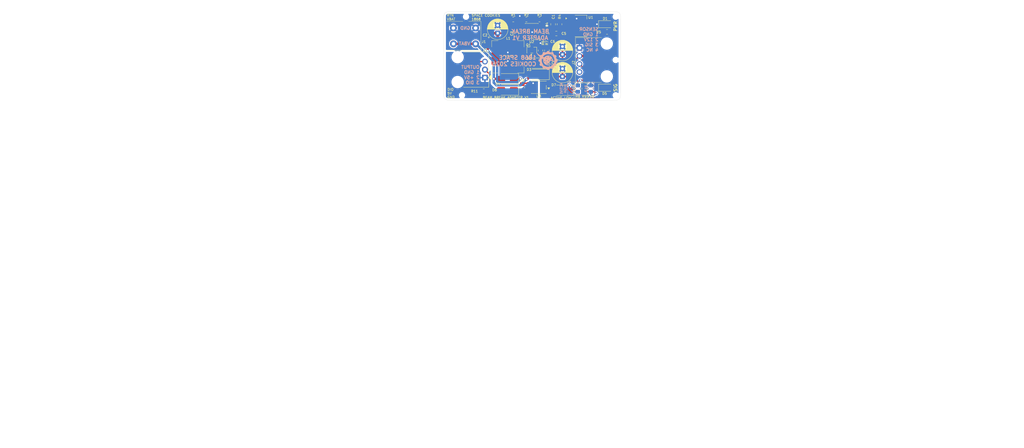
<source format=kicad_pcb>
(kicad_pcb (version 20241229) (generator "pcbnew") (generator_version "9.0")
  (title_block (title "Beam Break Adapter") (date "2026-01-04") (rev "1") (company "1868 SPACE COOKIES"))
  (layers (0 "F.Cu" signal) (2 "B.Cu" signal) (13 "F.Paste" user) (15 "B.Paste" user) (5 "F.SilkS" user "F.Silkscreen") (7 "B.SilkS" user "B.Silkscreen") (1 "F.Mask" user) (3 "B.Mask" user) (25 "Edge.Cuts" user))
  (net 0 "")
  (net 1 "GND")
  (net 2 "+12V")
  (net 3 "/Power Supply/DCIN")
  (net 4 "/DIO_RIO")
  (net 5 "/SIG")
  (net 6 "Net-(U2-I_{SEN})")
  (net 7 "Net-(U2-COMP)")
  (net 8 "Net-(D1-A)")
  (net 9 "Net-(Q1-S)")
  (net 10 "Net-(Q1-G)")
  (net 11 "Net-(U2-FA{slash}SD)")
  (net 12 "Net-(U2-FB)")
  (net 13 "/Power Supply/DCDC_IN")
  (net 14 "Net-(C5-Pad2)")
  (net 15 "Net-(D2-K)")
  (net 16 "Net-(D2-A)")
  (net 17 "GND_ISO")
  (net 18 "+5V_ISO")
  (net 19 "/+5V_RIO")
  (net 20 "Net-(U3-VO)")
  (net 22 "Net-(D5-K)")
  (net 23 "Net-(D5-A)")
  (net 24 "Net-(D7-K)")
  (footprint "Resistor_SMD:R_0805_2012Metric_Pad1.20x1.40mm_HandSolder" (layer "F.Cu") (at 183.4642 98.1964 180)
    (property "Reference" "R1" (at 0 1.397 0) (layer "F.SilkS") (effects (font (size 0.762 0.762) (thickness 0.127))))
    (property "Value" "59.0k-1%-0805")
    (pad "1" smd roundrect (at -1 0 180) (size 1.2 1.4) (layers "F.Cu" "F.Mask" "F.Paste") (roundrect_rratio 0.208333) (net 1 "GND"))
    (pad "2" smd roundrect (at 1 0 180) (size 1.2 1.4) (layers "F.Cu" "F.Mask" "F.Paste") (roundrect_rratio 0.208333) (net 11 "Net-(U2-FA{slash}SD)"))
  )
  (footprint "BeamBreak:ToolingHole_1.5mm" (layer "F.Cu") (at 168.5036 97.282)
    (property "Reference" "H2" (hide yes))
    (property "Value" "1.5mm Tooling Hole")
    (pad "" np_thru_hole circle (at 0 0) (size 1.5 1.5) (drill 1.5) (layers "*.Cu" "*.Mask"))
    (zone (net 0) (net_name "") (layers "F.Cu" "B.Cu") (connect_pads (clearance 0)) (min_thickness 0.25)
      (keepout (tracks not_allowed) (vias allowed) (pads allowed) (copperpour not_allowed) (footprints not_allowed))
      (fill (thermal_gap 0.5) (thermal_bridge_width 0.5))
      (polygon (pts (xy 169.2036 97.282) (xy 169.183259 97.114479) (xy 169.123419 96.956694) (xy 169.027558 96.817814) (xy 168.901245 96.705911) (xy 168.751823 96.627489) (xy 168.587976 96.587104) (xy 168.419224 96.587104) (xy 168.255377 96.627489) (xy 168.105955 96.705911) (xy 167.979642 96.817814) (xy 167.883781 96.956694) (xy 167.823941 97.114479) (xy 167.8036 97.282) (xy 167.823941 97.449521) (xy 167.883781 97.607306) (xy 167.979642 97.746186) (xy 168.105955 97.858089) (xy 168.255377 97.936511) (xy 168.419224 97.976896) (xy 168.587976 97.976896) (xy 168.751823 97.936511) (xy 168.901245 97.858089) (xy 169.027558 97.746186) (xy 169.123419 97.607306) (xy 169.183259 97.449521)))
    )
  )
  (footprint "Diode_SMD:D_SMA" (layer "F.Cu") (at 181.6354 116.9468 180)
    (property "Reference" "D4" (at 3.0734 -1.6712 0) (layer "F.SilkS") (effects (font (size 0.762 0.762) (thickness 0.127))))
    (property "Value" "B340AE-13")
    (pad "1" smd roundrect (at -2 0 180) (size 2.5 1.8) (layers "F.Cu" "F.Mask" "F.Paste") (roundrect_rratio 0.1388888889) (net 13 "/Power Supply/DCDC_IN"))
    (pad "2" smd roundrect (at 2 0 180) (size 2.5 1.8) (layers "F.Cu" "F.Mask" "F.Paste") (roundrect_rratio 0.1388888889) (net 3 "/Power Supply/DCIN"))
  )
  (footprint "BeamBreak:VishayDale-IHLE3232" (layer "F.Cu") (at 181.737 109.982 90)
    (property "Reference" "L1" (at 5.842 0.127 0) (layer "F.SilkS") (effects (font (size 0.762 0.762) (thickness 0.127))))
    (property "Value" "33uH-159m-20%")
    (pad "1" smd roundrect (at 0 -3.81 90) (size 5.334 2.6416) (layers "F.Cu" "F.Mask" "F.Paste") (roundrect_rratio 0.15) (net 13 "/Power Supply/DCDC_IN"))
    (pad "2" smd roundrect (at 0 3.81 90) (size 5.334 2.6416) (layers "F.Cu" "F.Mask" "F.Paste") (roundrect_rratio 0.15) (net 16 "Net-(D2-A)"))
    (pad "3" smd roundrect (at -3.61315 0 90) (size 3.0353 2.8448) (layers "F.Cu" "F.Mask" "F.Paste") (roundrect_rratio 0.15) (net 1 "GND"))
    (pad "3" smd roundrect (at 3.61315 0 90) (size 3.0353 2.8448) (layers "F.Cu" "F.Mask" "F.Paste") (roundrect_rratio 0.15) (net 1 "GND"))
  )
  (footprint "Capacitor_THT:CP_Radial_D6.3mm_P2.50mm" (layer "F.Cu") (at 199.021379 116.2454 90)
    (property "Reference" "C7" (at 4.3076 -2.704779 180) (layer "F.SilkS") (effects (font (size 0.762 0.762) (thickness 0.127))))
    (property "Value" "100uF-20%-35V")
    (pad "1" thru_hole roundrect (at 0 0 90) (size 1.6 1.6) (drill 0.8) (layers "*.Cu" "*.Mask") (roundrect_rratio 0.15625) (net 15 "Net-(D2-K)"))
    (pad "2" thru_hole circle (at 2.5 0 90) (size 1.6 1.6) (drill 0.8) (layers "*.Cu" "*.Mask") (net 1 "GND"))
  )
  (footprint "Resistor_SMD:R_0805_2012Metric_Pad1.20x1.40mm_HandSolder" (layer "F.Cu") (at 213.122 102.0826 180)
    (property "Reference" "R5" (at 2.6322 -0.0508 0) (layer "F.SilkS") (effects (font (size 0.762 0.762) (thickness 0.127))))
    (property "Value" "2k-1%-0805")
    (pad "1" smd roundrect (at -1 0 180) (size 1.2 1.4) (layers "F.Cu" "F.Mask" "F.Paste") (roundrect_rratio 0.208333) (net 8 "Net-(D1-A)"))
    (pad "2" smd roundrect (at 1 0 180) (size 1.2 1.4) (layers "F.Cu" "F.Mask" "F.Paste") (roundrect_rratio 0.208333) (net 15 "Net-(D2-K)"))
  )
  (footprint "Package_SO:SOIC-8_3.9x4.9mm_P1.27mm" (layer "F.Cu") (at 189.2808 101.981 180)
    (property "Reference" "U2" (at 0 -3.2512 0) (layer "F.SilkS") (effects (font (size 0.762 0.762) (thickness 0.127))))
    (property "Value" "LM3478MA")
    (pad "1" smd roundrect (at -2.475 -1.905 180) (size 1.95 0.6) (layers "F.Cu" "F.Mask" "F.Paste") (net 6 "Net-(U2-I_{SEN})"))
    (pad "2" smd roundrect (at -2.475 -0.635 180) (size 1.95 0.6) (layers "F.Cu" "F.Mask" "F.Paste") (net 7 "Net-(U2-COMP)"))
    (pad "3" smd roundrect (at -2.475 0.635 180) (size 1.95 0.6) (layers "F.Cu" "F.Mask" "F.Paste") (net 12 "Net-(U2-FB)"))
    (pad "4" smd roundrect (at -2.475 1.905 180) (size 1.95 0.6) (layers "F.Cu" "F.Mask" "F.Paste") (net 1 "GND"))
    (pad "5" smd roundrect (at 2.475 1.905 180) (size 1.95 0.6) (layers "F.Cu" "F.Mask" "F.Paste") (net 1 "GND"))
    (pad "6" smd roundrect (at 2.475 0.635 180) (size 1.95 0.6) (layers "F.Cu" "F.Mask" "F.Paste") (net 10 "Net-(Q1-G)"))
    (pad "7" smd roundrect (at 2.475 -0.635 180) (size 1.95 0.6) (layers "F.Cu" "F.Mask" "F.Paste") (net 11 "Net-(U2-FA{slash}SD)"))
    (pad "8" smd roundrect (at 2.475 -1.905 180) (size 1.95 0.6) (layers "F.Cu" "F.Mask" "F.Paste") (net 13 "/Power Supply/DCDC_IN"))
  )
  (footprint "BeamBreak:Molex-70555-0003" (layer "F.Cu") (at 204.4192 112.268 90)
    (property "Reference" "J2" (at 0.4064 -1.8796 90) (layer "F.SilkS") (effects (font (size 0.762 0.762) (thickness 0.127))))
    (property "Value" "SENSOR")
    (pad "" np_thru_hole circle (at -3.94 8.64 90) (size 3.4 3.4) (drill 3.4) (layers "*.Cu" "*.Mask"))
    (pad "" np_thru_hole circle (at 1.27 11.4554 90) (size 1.5 1.5) (drill 1.5) (layers "*.Cu" "*.Mask"))
    (pad "" np_thru_hole circle (at 6.48 8.64 90) (size 3.4 3.4) (drill 3.4) (layers "*.Cu" "*.Mask"))
    (pad "1" thru_hole rect (at 5.08 0 90) (size 1.778 1.778) (drill 1.0922) (layers "*.Cu" "*.Mask") (net 1 "GND"))
    (pad "2" thru_hole circle (at 2.54 0 90) (size 1.778 1.778) (drill 1.0922) (layers "*.Cu" "*.Mask") (net 2 "+12V"))
    (pad "3" thru_hole circle (at 0 0 90) (size 1.778 1.778) (drill 1.0922) (layers "*.Cu" "*.Mask") (net 5 "/SIG"))
    (pad "4" thru_hole circle (at -2.54 0 90) (size 1.778 1.778) (drill 1.0922) (layers "*.Cu" "*.Mask"))
  )
  (footprint "BeamBreak:ToolingHole_1.5mm" (layer "F.Cu") (at 215.8746 122.174)
    (property "Reference" "H4" (hide yes))
    (property "Value" "1.5mm Tooling Hole")
    (pad "" np_thru_hole circle (at 0 0) (size 1.5 1.5) (drill 1.5) (layers "*.Cu" "*.Mask"))
    (zone (net 0) (net_name "") (layers "F.Cu" "B.Cu") (connect_pads (clearance 0)) (min_thickness 0.25)
      (keepout (tracks not_allowed) (vias allowed) (pads allowed) (copperpour not_allowed) (footprints not_allowed))
      (fill (thermal_gap 0.5) (thermal_bridge_width 0.5))
      (polygon (pts (xy 216.5746 122.174) (xy 216.554259 122.006479) (xy 216.494419 121.848694) (xy 216.398558 121.709814) (xy 216.272245 121.597911) (xy 216.122823 121.519489) (xy 215.958976 121.479104) (xy 215.790224 121.479104) (xy 215.626377 121.519489) (xy 215.476955 121.597911) (xy 215.350642 121.709814) (xy 215.254781 121.848694) (xy 215.194941 122.006479) (xy 215.1746 122.174) (xy 215.194941 122.341521) (xy 215.254781 122.499306) (xy 215.350642 122.638186) (xy 215.476955 122.750089) (xy 215.626377 122.828511) (xy 215.790224 122.868896) (xy 215.958976 122.868896) (xy 216.122823 122.828511) (xy 216.272245 122.750089) (xy 216.398558 122.638186) (xy 216.494419 122.499306) (xy 216.554259 122.341521)))
    )
  )
  (footprint "Package_TO_SOT_SMD:SOT-223-3_TabPin2" (layer "F.Cu") (at 204.851 100.203)
    (property "Reference" "U1" (at 3.1242 -2.6924 0) (layer "F.SilkS") (effects (font (size 0.762 0.762) (thickness 0.127))))
    (property "Value" "ITS41k0S-ME-N")
    (pad "1" smd roundrect (at -3.15 -2.3) (size 2 1.5) (layers "F.Cu" "F.Mask" "F.Paste") (net 1 "GND"))
    (pad "2" smd roundrect (at -3.15 0) (size 2 1.5) (layers "F.Cu" "F.Mask" "F.Paste") (net 15 "Net-(D2-K)"))
    (pad "2" smd roundrect (at 3.15 0) (size 2 3.8) (layers "F.Cu" "F.Mask" "F.Paste") (net 15 "Net-(D2-K)"))
    (pad "3" smd roundrect (at -3.15 2.3) (size 2 1.5) (layers "F.Cu" "F.Mask" "F.Paste") (net 2 "+12V"))
  )
  (footprint "BeamBreak:Weidmuller-1824740000" (layer "F.Cu") (at 171.536 100.878 -90)
    (property "Reference" "J1" (at 4.3542 -2.6064 0) (layer "F.SilkS") (effects (font (size 0.762 0.762) (thickness 0.127))))
    (property "Value" "Power")
    (pad "1" thru_hole circle (at 0 0 270) (size 2.2 2.2) (drill 1.1) (layers "*.Cu" "*.Mask") (net 1 "GND"))
    (pad "1" thru_hole circle (at 0 7.0254 270) (size 2.2 2.2) (drill 1.1) (layers "*.Cu" "*.Mask") (net 1 "GND"))
    (pad "2" thru_hole circle (at 5 0 270) (size 2.2 2.2) (drill 1.1) (layers "*.Cu" "*.Mask") (net 3 "/Power Supply/DCIN"))
    (pad "2" thru_hole circle (at 5 7 270) (size 2.2 2.2) (drill 1.1) (layers "*.Cu" "*.Mask") (net 3 "/Power Supply/DCIN"))
  )
  (footprint "Resistor_SMD:R_0805_2012Metric_Pad1.20x1.40mm_HandSolder" (layer "F.Cu") (at 203.8858 120.0658 90)
    (property "Reference" "R8" (at -2.4892 0 180) (layer "F.SilkS") (effects (font (size 0.762 0.762) (thickness 0.127))))
    (property "Value" "499R-1%-0805")
    (pad "1" smd roundrect (at -1 0 90) (size 1.2 1.4) (layers "F.Cu" "F.Mask" "F.Paste") (roundrect_rratio 0.208333) (net 24 "Net-(D7-K)"))
    (pad "2" smd roundrect (at 1 0 90) (size 1.2 1.4) (layers "F.Cu" "F.Mask" "F.Paste") (roundrect_rratio 0.208333) (net 2 "+12V"))
  )
  (footprint "Capacitor_SMD:C_0805_2012Metric_Pad1.18x1.45mm_HandSolder" (layer "F.Cu") (at 194.0306 102.616 90)
    (property "Reference" "C4" (at 2.798166 0.079742 90) (layer "F.SilkS") (effects (font (size 0.762 0.762) (thickness 0.127))))
    (property "Value" "10pF-50V-5%-0805")
    (pad "1" smd roundrect (at -1.0375 0 90) (size 1.175 1.45) (layers "F.Cu" "F.Mask" "F.Paste") (roundrect_rratio 0.212766) (net 6 "Net-(U2-I_{SEN})"))
    (pad "2" smd roundrect (at 1.0375 0 90) (size 1.175 1.45) (layers "F.Cu" "F.Mask" "F.Paste") (roundrect_rratio 0.212766) (net 1 "GND"))
  )
  (footprint "LED_SMD:LED_1206_3216Metric" (layer "F.Cu") (at 212.725 99.6696)
    (property "Reference" "D1" (at -0.1778 -1.8034 180) (layer "F.SilkS") (effects (font (size 0.762 0.762) (thickness 0.127))))
    (property "Value" "PWR" (at 3.0734 0.6604 270) (layer "F.SilkS") (effects (font (size 1.016 1.016) (thickness 0.2032) (bold yes))))
    (pad "1" smd roundrect (at -1.4 0) (size 1.25 1.75) (layers "F.Cu" "F.Mask" "F.Paste") (roundrect_rratio 0.2) (net 1 "GND"))
    (pad "2" smd roundrect (at 1.4 0) (size 1.25 1.75) (layers "F.Cu" "F.Mask" "F.Paste") (roundrect_rratio 0.2) (net 8 "Net-(D1-A)"))
  )
  (footprint "Capacitor_SMD:C_0805_2012Metric_Pad1.18x1.45mm_HandSolder" (layer "F.Cu") (at 186.309 119.6848 90)
    (property "Reference" "C8" (at 2.2098 0 180) (layer "F.SilkS") (effects (font (size 0.762 0.762) (thickness 0.127))))
    (property "Value" "0.1uF-50V-5%-0805")
    (pad "1" smd roundrect (at -1.0375 0 90) (size 1.175 1.45) (layers "F.Cu" "F.Mask" "F.Paste") (roundrect_rratio 0.212766) (net 18 "+5V_ISO"))
    (pad "2" smd roundrect (at 1.0375 0 90) (size 1.175 1.45) (layers "F.Cu" "F.Mask" "F.Paste") (roundrect_rratio 0.212766) (net 17 "GND_ISO"))
  )
  (footprint "Capacitor_THT:CP_Radial_D6.3mm_P2.50mm" (layer "F.Cu") (at 178.52262 102.5144 90)
    (property "Reference" "C2" (at -0.635 -3.99922 180) (layer "F.SilkS") (effects (font (size 0.762 0.762) (thickness 0.127))))
    (property "Value" "100uF-20%-35V")
    (pad "1" thru_hole roundrect (at 0 0 90) (size 1.6 1.6) (drill 0.8) (layers "*.Cu" "*.Mask") (roundrect_rratio 0.15625) (net 13 "/Power Supply/DCDC_IN"))
    (pad "2" thru_hole circle (at 2.5 0 90) (size 1.6 1.6) (drill 0.8) (layers "*.Cu" "*.Mask") (net 1 "GND"))
  )
  (footprint "Diode_SMD:D_SMA" (layer "F.Cu") (at 181.6354 120.5028 180)
    (property "Reference" "D6" (at 4.0894 -0.0202 0) (layer "F.SilkS") (effects (font (size 0.762 0.762) (thickness 0.127))))
    (property "Value" "B340AE-13")
    (pad "1" smd roundrect (at -2 0 180) (size 2.5 1.8) (layers "F.Cu" "F.Mask" "F.Paste") (roundrect_rratio 0.1388888889) (net 18 "+5V_ISO"))
    (pad "2" smd roundrect (at 2 0 180) (size 2.5 1.8) (layers "F.Cu" "F.Mask" "F.Paste") (roundrect_rratio 0.1388888889) (net 19 "/+5V_RIO"))
  )
  (footprint "BeamBreak:Molex-70555-0002" (layer "F.Cu") (at 174.498 114.046 180)
    (property "Reference" "J3" (at 0 6.223 0) (layer "F.SilkS") (effects (font (size 0.762 0.762) (thickness 0.127))))
    (property "Value" "OUT")
    (pad "" np_thru_hole circle (at 8.64 -3.94 180) (size 3.4 3.4) (drill 3.4) (layers "*.Cu" "*.Mask"))
    (pad "" np_thru_hole circle (at 8.64 3.94 180) (size 3.4 3.4) (drill 3.4) (layers "*.Cu" "*.Mask"))
    (pad "1" thru_hole rect (at 0 -2.54 180) (size 1.778 1.778) (drill 1.0668) (layers "*.Cu" "*.Mask") (net 17 "GND_ISO"))
    (pad "2" thru_hole circle (at 0 0 180) (size 1.905 1.905) (drill 1.0668) (layers "*.Cu" "*.Mask") (net 19 "/+5V_RIO"))
    (pad "3" thru_hole circle (at 0 2.54 180) (size 1.778 1.778) (drill 1.0668) (layers "*.Cu" "*.Mask") (net 4 "/DIO_RIO"))
  )
  (footprint "Diode_SMD:D_SMA" (layer "F.Cu") (at 199.1106 120.5992 180)
    (property "Reference" "D7" (at 2.8448 1.7018 0) (layer "F.SilkS") (effects (font (size 0.762 0.762) (thickness 0.127))))
    (property "Value" "B340AE-13")
    (pad "1" smd roundrect (at -2 0 180) (size 2.5 1.8) (layers "F.Cu" "F.Mask" "F.Paste") (roundrect_rratio 0.1388888889) (net 24 "Net-(D7-K)"))
    (pad "2" smd roundrect (at 2 0 180) (size 2.5 1.8) (layers "F.Cu" "F.Mask" "F.Paste") (roundrect_rratio 0.1388888889) (net 22 "Net-(D5-K)"))
  )
  (footprint "Resistor_SMD:R_0805_2012Metric_Pad1.20x1.40mm_HandSolder" (layer "F.Cu") (at 207.9498 120.0658 90)
    (property "Reference" "R10" (at -2.5146 0 180) (layer "F.SilkS") (effects (font (size 0.762 0.762) (thickness 0.127))))
    (property "Value" "499R-1%-0805")
    (pad "1" smd roundrect (at -1 0 90) (size 1.2 1.4) (layers "F.Cu" "F.Mask" "F.Paste") (roundrect_rratio 0.208333) (net 22 "Net-(D5-K)"))
    (pad "2" smd roundrect (at 1 0 90) (size 1.2 1.4) (layers "F.Cu" "F.Mask" "F.Paste") (roundrect_rratio 0.208333) (net 23 "Net-(D5-A)"))
  )
  (footprint "BeamBreak:ToolingHole_1.5mm" (layer "F.Cu") (at 167.2336 122.174)
    (property "Reference" "H3" (hide yes))
    (property "Value" "1.5mm Tooling Hole")
    (pad "" np_thru_hole circle (at 0 0) (size 1.5 1.5) (drill 1.5) (layers "*.Cu" "*.Mask"))
    (zone (net 0) (net_name "") (layers "F.Cu" "B.Cu") (connect_pads (clearance 0)) (min_thickness 0.25)
      (keepout (tracks not_allowed) (vias allowed) (pads allowed) (copperpour not_allowed) (footprints not_allowed))
      (fill (thermal_gap 0.5) (thermal_bridge_width 0.5))
      (polygon (pts (xy 167.9336 122.174) (xy 167.913259 122.006479) (xy 167.853419 121.848694) (xy 167.757558 121.709814) (xy 167.631245 121.597911) (xy 167.481823 121.519489) (xy 167.317976 121.479104) (xy 167.149224 121.479104) (xy 166.985377 121.519489) (xy 166.835955 121.597911) (xy 166.709642 121.709814) (xy 166.613781 121.848694) (xy 166.553941 122.006479) (xy 166.5336 122.174) (xy 166.553941 122.341521) (xy 166.613781 122.499306) (xy 166.709642 122.638186) (xy 166.835955 122.750089) (xy 166.985377 122.828511) (xy 167.149224 122.868896) (xy 167.317976 122.868896) (xy 167.481823 122.828511) (xy 167.631245 122.750089) (xy 167.757558 122.638186) (xy 167.853419 122.499306) (xy 167.913259 122.341521)))
    )
  )
  (footprint "Capacitor_THT:CP_Radial_D6.3mm_P2.50mm" (layer "F.Cu") (at 199.02042 109.2454 90)
    (property "Reference" "C6" (at 4.064 -3.08482 180) (layer "F.SilkS") (effects (font (size 0.762 0.762) (thickness 0.127))))
    (property "Value" "100uF-20%-35V")
    (pad "1" thru_hole roundrect (at 0 0 90) (size 1.6 1.6) (drill 0.8) (layers "*.Cu" "*.Mask") (roundrect_rratio 0.15625) (net 15 "Net-(D2-K)"))
    (pad "2" thru_hole circle (at 2.5 0 90) (size 1.6 1.6) (drill 0.8) (layers "*.Cu" "*.Mask") (net 1 "GND"))
  )
  (footprint "Resistor_SMD:R_0805_2012Metric_Pad1.20x1.40mm_HandSolder" (layer "F.Cu") (at 187.6044 98.1964)
    (property "Reference" "R2" (at 0 -1.397 0) (layer "F.SilkS") (effects (font (size 0.762 0.762) (thickness 0.127))))
    (property "Value" "1k-1%-0805")
    (pad "1" smd roundrect (at -1 0) (size 1.2 1.4) (layers "F.Cu" "F.Mask" "F.Paste") (roundrect_rratio 0.208333) (net 1 "GND"))
    (pad "2" smd roundrect (at 1 0) (size 1.2 1.4) (layers "F.Cu" "F.Mask" "F.Paste") (roundrect_rratio 0.208333) (net 12 "Net-(U2-FB)"))
  )
  (footprint "Resistor_SMD:R_0805_2012Metric_Pad1.20x1.40mm_HandSolder" (layer "F.Cu") (at 174.1424 120.8786 180)
    (property "Reference" "R11" (at 2.9464 -0.0254 0) (layer "F.SilkS") (effects (font (size 0.762 0.762) (thickness 0.127))))
    (property "Value" "100R-1%-0805")
    (pad "1" smd roundrect (at -1 0 180) (size 1.2 1.4) (layers "F.Cu" "F.Mask" "F.Paste") (roundrect_rratio 0.208333) (net 20 "Net-(U3-VO)"))
    (pad "2" smd roundrect (at 1 0 180) (size 1.2 1.4) (layers "F.Cu" "F.Mask" "F.Paste") (roundrect_rratio 0.208333) (net 4 "/DIO_RIO"))
  )
  (footprint "Resistor_SMD:R_0805_2012Metric_Pad1.20x1.40mm_HandSolder" (layer "F.Cu") (at 191.7446 98.1964)
    (property "Reference" "R3" (at 0 -1.397 0) (layer "F.SilkS") (effects (font (size 0.762 0.762) (thickness 0.127))))
    (property "Value" "8.66k-1%-0805")
    (pad "1" smd roundrect (at -1 0) (size 1.2 1.4) (layers "F.Cu" "F.Mask" "F.Paste") (roundrect_rratio 0.208333) (net 12 "Net-(U2-FB)"))
    (pad "2" smd roundrect (at 1 0) (size 1.2 1.4) (layers "F.Cu" "F.Mask" "F.Paste") (roundrect_rratio 0.208333) (net 15 "Net-(D2-K)"))
  )
  (footprint "Diode_SMD:D_SMA" (layer "F.Cu") (at 191.389 115.57 180)
    (property "Reference" "D3" (at 2.9464 1.524 0) (layer "F.SilkS") (effects (font (size 0.762 0.762) (thickness 0.127))))
    (property "Value" "B340AE-13")
    (pad "1" smd roundrect (at -2 0 180) (size 2.5 1.8) (layers "F.Cu" "F.Mask" "F.Paste") (roundrect_rratio 0.1388888889) (net 15 "Net-(D2-K)"))
    (pad "2" smd roundrect (at 2 0 180) (size 2.5 1.8) (layers "F.Cu" "F.Mask" "F.Paste") (roundrect_rratio 0.1388888889) (net 3 "/Power Supply/DCIN"))
  )
  (footprint "Resistor_SMD:R_0805_2012Metric_Pad1.20x1.40mm_HandSolder" (layer "F.Cu") (at 198.12 99.695 -90)
    (property "Reference" "R4" (at -2.3876 -0.0254 90) (layer "F.SilkS") (effects (font (size 0.762 0.762) (thickness 0.127))))
    (property "Value" "7.32k-1%-0805")
    (pad "1" smd roundrect (at -1 0 270) (size 1.2 1.4) (layers "F.Cu" "F.Mask" "F.Paste") (roundrect_rratio 0.208333) (net 1 "GND"))
    (pad "2" smd roundrect (at 1 0 270) (size 1.2 1.4) (layers "F.Cu" "F.Mask" "F.Paste") (roundrect_rratio 0.208333) (net 14 "Net-(C5-Pad2)"))
  )
  (footprint "Diode_SMD:D_SMA" (layer "F.Cu") (at 191.389 112.014 180)
    (property "Reference" "D2" (at 2.9464 1.4986 0) (layer "F.SilkS") (effects (font (size 0.762 0.762) (thickness 0.127))))
    (property "Value" "B340AE-13")
    (pad "1" smd roundrect (at -2 0 180) (size 2.5 1.8) (layers "F.Cu" "F.Mask" "F.Paste") (roundrect_rratio 0.1388888889) (net 15 "Net-(D2-K)"))
    (pad "2" smd roundrect (at 2 0 180) (size 2.5 1.8) (layers "F.Cu" "F.Mask" "F.Paste") (roundrect_rratio 0.1388888889) (net 16 "Net-(D2-A)"))
  )
  (footprint "Capacitor_SMD:C_0805_2012Metric_Pad1.18x1.45mm_HandSolder" (layer "F.Cu") (at 197.0786 102.616)
    (property "Reference" "C5" (at 2.3876 0 0) (layer "F.SilkS") (effects (font (size 0.762 0.762) (thickness 0.127))))
    (property "Value" "22nF-50V-5%-0805")
    (pad "1" smd roundrect (at -1.0375 0) (size 1.175 1.45) (layers "F.Cu" "F.Mask" "F.Paste") (roundrect_rratio 0.212766) (net 7 "Net-(U2-COMP)"))
    (pad "2" smd roundrect (at 1.0375 0) (size 1.175 1.45) (layers "F.Cu" "F.Mask" "F.Paste") (roundrect_rratio 0.212766) (net 14 "Net-(C5-Pad2)"))
  )
  (footprint "Resistor_SMD:R_0805_2012Metric_Pad1.20x1.40mm_HandSolder" (layer "F.Cu") (at 205.9178 120.0658 -90)
    (property "Reference" "R9" (at 2.4892 0 180) (layer "F.SilkS") (effects (font (size 0.762 0.762) (thickness 0.127))))
    (property "Value" "499R-1%-0805")
    (pad "1" smd roundrect (at -1 0 270) (size 1.2 1.4) (layers "F.Cu" "F.Mask" "F.Paste") (roundrect_rratio 0.208333) (net 5 "/SIG"))
    (pad "2" smd roundrect (at 1 0 270) (size 1.2 1.4) (layers "F.Cu" "F.Mask" "F.Paste") (roundrect_rratio 0.208333) (net 22 "Net-(D5-K)"))
  )
  (footprint "Package_SO:SO-5-6_4.55x3.7mm_P1.27mm" (layer "F.Cu") (at 191.516 119.6594 180)
    (property "Reference" "U3" (at 0 -2.8 0) (layer "F.SilkS") (effects (font (size 0.762 0.762) (thickness 0.127))))
    (property "Value" "TLP2361(TPL,E")
    (pad "1" smd roundrect (at -3.15 -1.27 180) (size 1.2 0.8) (layers "F.Cu" "F.Mask" "F.Paste") (net 24 "Net-(D7-K)"))
    (pad "3" smd roundrect (at -3.15 1.27 180) (size 1.2 0.8) (layers "F.Cu" "F.Mask" "F.Paste") (net 23 "Net-(D5-A)"))
    (pad "4" smd roundrect (at 3.15 1.27 180) (size 1.2 0.8) (layers "F.Cu" "F.Mask" "F.Paste") (net 17 "GND_ISO"))
    (pad "5" smd roundrect (at 3.15 0 180) (size 1.2 0.8) (layers "F.Cu" "F.Mask" "F.Paste") (net 20 "Net-(U3-VO)"))
    (pad "6" smd roundrect (at 3.15 -1.27 180) (size 1.2 0.8) (layers "F.Cu" "F.Mask" "F.Paste") (net 18 "+5V_ISO"))
  )
  (footprint "Resistor_SMD:R_0805_2012Metric_Pad1.20x1.40mm_HandSolder" (layer "F.Cu") (at 194.1068 108.0008 -90)
    (property "Reference" "R7" (at -2.413 0 90) (layer "F.SilkS") (effects (font (size 0.762 0.762) (thickness 0.127))))
    (property "Value" "100R-1%-0805")
    (pad "1" smd roundrect (at -1 0 270) (size 1.2 1.4) (layers "F.Cu" "F.Mask" "F.Paste") (roundrect_rratio 0.208333) (net 6 "Net-(U2-I_{SEN})"))
    (pad "2" smd roundrect (at 1 0 270) (size 1.2 1.4) (layers "F.Cu" "F.Mask" "F.Paste") (roundrect_rratio 0.208333) (net 9 "Net-(Q1-S)"))
  )
  (footprint "BeamBreak:ToolingHole_1.5mm" (layer "F.Cu") (at 215.8746 97.282)
    (property "Reference" "H1" (hide yes))
    (property "Value" "1.5mm Tooling Hole")
    (pad "" np_thru_hole circle (at 0 0) (size 1.5 1.5) (drill 1.5) (layers "*.Cu" "*.Mask"))
    (zone (net 0) (net_name "") (layers "F.Cu" "B.Cu") (connect_pads (clearance 0)) (min_thickness 0.25)
      (keepout (tracks not_allowed) (vias allowed) (pads allowed) (copperpour not_allowed) (footprints not_allowed))
      (fill (thermal_gap 0.5) (thermal_bridge_width 0.5))
      (polygon (pts (xy 216.5746 97.282) (xy 216.554259 97.114479) (xy 216.494419 96.956694) (xy 216.398558 96.817814) (xy 216.272245 96.705911) (xy 216.122823 96.627489) (xy 215.958976 96.587104) (xy 215.790224 96.587104) (xy 215.626377 96.627489) (xy 215.476955 96.705911) (xy 215.350642 96.817814) (xy 215.254781 96.956694) (xy 215.194941 97.114479) (xy 215.1746 97.282) (xy 215.194941 97.449521) (xy 215.254781 97.607306) (xy 215.350642 97.746186) (xy 215.476955 97.858089) (xy 215.626377 97.936511) (xy 215.790224 97.976896) (xy 215.958976 97.976896) (xy 216.122823 97.936511) (xy 216.272245 97.858089) (xy 216.398558 97.746186) (xy 216.494419 97.607306) (xy 216.554259 97.449521)))
    )
  )
  (footprint "Resistor_SMD:R_0805_2012Metric_Pad1.20x1.40mm_HandSolder" (layer "F.Cu") (at 192.0748 108.0008 90)
    (property "Reference" "R6" (at 2.413 0.8128 90) (layer "F.SilkS") (effects (font (size 0.762 0.762) (thickness 0.127))))
    (property "Value" "50mOhm-1%-0805")
    (pad "1" smd roundrect (at -1 0 90) (size 1.2 1.4) (layers "F.Cu" "F.Mask" "F.Paste") (roundrect_rratio 0.208333) (net 9 "Net-(Q1-S)"))
    (pad "2" smd roundrect (at 1 0 90) (size 1.2 1.4) (layers "F.Cu" "F.Mask" "F.Paste") (roundrect_rratio 0.208333) (net 1 "GND"))
  )
  (footprint "LED_SMD:LED_1206_3216Metric" (layer "F.Cu") (at 212.725 119.7864)
    (property "Reference" "D5" (at -0.381 1.8542 180) (layer "F.SilkS") (effects (font (size 0.762 0.762) (thickness 0.127))))
    (property "Value" "SIG" (at 3.0734 0 90) (layer "F.SilkS") (effects (font (size 1.016 1.016) (thickness 0.2032) (bold yes))))
    (pad "1" smd roundrect (at -1.4 0) (size 1.25 1.75) (layers "F.Cu" "F.Mask" "F.Paste") (roundrect_rratio 0.2) (net 22 "Net-(D5-K)"))
    (pad "2" smd roundrect (at 1.4 0) (size 1.25 1.75) (layers "F.Cu" "F.Mask" "F.Paste") (roundrect_rratio 0.2) (net 23 "Net-(D5-A)"))
  )
  (footprint "Package_TO_SOT_SMD:SOT-23-3" (layer "F.Cu") (at 189.3316 107.8738 90)
    (property "Reference" "Q1" (at 1.6002 -1.0668 180) (layer "F.SilkS") (effects (font (size 0.762 0.762) (thickness 0.127))))
    (property "Value" "SI2318CDS-T1-GE3")
    (pad "1" smd roundrect (at -1.1375 -0.95 90) (size 1.325 0.6) (layers "F.Cu" "F.Mask" "F.Paste") (net 10 "Net-(Q1-G)"))
    (pad "2" smd roundrect (at -1.1375 0.95 90) (size 1.325 0.6) (layers "F.Cu" "F.Mask" "F.Paste") (net 9 "Net-(Q1-S)"))
    (pad "3" smd roundrect (at 1.1375 0 90) (size 1.325 0.6) (layers "F.Cu" "F.Mask" "F.Paste") (net 16 "Net-(D2-A)"))
  )
  (footprint "Capacitor_SMD:C_0805_2012Metric_Pad1.18x1.45mm_HandSolder" (layer "F.Cu") (at 184.4294 102.616 90)
    (property "Reference" "C3" (at 0 -1.4224 90) (layer "F.SilkS") (effects (font (size 0.762 0.762) (thickness 0.127))))
    (property "Value" "0.1uF-50V-5%-0805")
    (pad "1" smd roundrect (at -1.0375 0 90) (size 1.175 1.45) (layers "F.Cu" "F.Mask" "F.Paste") (roundrect_rratio 0.212766) (net 13 "/Power Supply/DCDC_IN"))
    (pad "2" smd roundrect (at 1.0375 0 90) (size 1.175 1.45) (layers "F.Cu" "F.Mask" "F.Paste") (roundrect_rratio 0.212766) (net 1 "GND"))
  )
  (footprint "Capacitor_SMD:C_0805_2012Metric_Pad1.18x1.45mm_HandSolder" (layer "F.Cu") (at 196.088 99.695 90)
    (property "Reference" "C1" (at 2.3876 0.0508 90) (layer "F.SilkS") (effects (font (size 0.762 0.762) (thickness 0.127))))
    (property "Value" "1nF-50V-5%-0805")
    (pad "1" smd roundrect (at -1.0375 0 90) (size 1.175 1.45) (layers "F.Cu" "F.Mask" "F.Paste") (roundrect_rratio 0.212766) (net 7 "Net-(U2-COMP)"))
    (pad "2" smd roundrect (at 1.0375 0 90) (size 1.175 1.45) (layers "F.Cu" "F.Mask" "F.Paste") (roundrect_rratio 0.212766) (net 1 "GND"))
  )
  (footprint "Resistor_SMD:R_0805_2012Metric_Pad1.20x1.40mm_HandSolder" (layer "B.Cu") (at 203.8858 120.0658 -90)
    (property "Reference" "R13" (at -0.017 1.397 90) (layer "B.SilkS") (effects (font (size 0.762 0.762) (thickness 0.127)) (justify mirror)))
    (property "Value" "499R-1%-0805")
    (pad "1" smd roundrect (at -1 0 270) (size 1.2 1.4) (layers "B.Cu" "B.Mask" "B.Paste") (roundrect_rratio 0.208333) (net 5 "/SIG"))
    (pad "2" smd roundrect (at 1 0 270) (size 1.2 1.4) (layers "B.Cu" "B.Mask" "B.Paste") (roundrect_rratio 0.208333) (net 24 "Net-(D7-K)"))
  )
  (footprint "Resistor_SMD:R_0805_2012Metric_Pad1.20x1.40mm_HandSolder" (layer "B.Cu") (at 207.9498 120.0658 -90)
    (property "Reference" "R12" (at 0 1.397 90) (layer "B.SilkS") (effects (font (size 0.762 0.762) (thickness 0.127)) (justify mirror)))
    (property "Value" "499R-1%-0805")
    (pad "1" smd roundrect (at -1 0 270) (size 1.2 1.4) (layers "B.Cu" "B.Mask" "B.Paste") (roundrect_rratio 0.208333) (net 1 "GND"))
    (pad "2" smd roundrect (at 1 0 270) (size 1.2 1.4) (layers "B.Cu" "B.Mask" "B.Paste") (roundrect_rratio 0.208333) (net 22 "Net-(D5-K)"))
  )
  (footprint "BeamBreak:SPACE_COOKIES_LOGO_7mm" (layer "B.Cu") (at 194.2592 111.1504 180)
    (property "Reference" "G1" (hide yes))
    (property "Value" "Space Cookeis Logo" (hide yes))
  )
  (gr_line (start 202.6666 122.682) (end 202.0824 123.0376) (stroke (width 0.127)) (layer "F.SilkS"))
  (gr_rect (start 202.9714 118.3132) (end 206.8322 123.19) (stroke (width 0.1016) (type dash)) (fill no) (layer "F.SilkS"))
  (gr_rect (start 200.66 118.0084) (end 209.0674 122.174) (stroke (width 0.1016) (type dash)) (fill no) (layer "B.SilkS"))
  (gr_line (start 216.1286 123.698) (end 162.7886 123.698) (stroke (width 0.05)) (layer "Edge.Cuts"))
  (gr_arc (start 216.1286 95.758) (mid 217.026626 96.129974) (end 217.3986 97.028) (stroke (width 0.05)) (layer "Edge.Cuts"))
  (gr_line (start 161.5186 97.028) (end 161.5186 122.428) (stroke (width 0.05)) (layer "Edge.Cuts"))
  (gr_line (start 216.1286 95.758) (end 162.7886 95.758) (stroke (width 0.05)) (layer "Edge.Cuts"))
  (gr_arc (start 162.7886 123.698) (mid 161.890574 123.326026) (end 161.5186 122.428) (stroke (width 0.05)) (layer "Edge.Cuts"))
  (gr_arc (start 217.3986 122.428) (mid 217.026626 123.326026) (end 216.1286 123.698) (stroke (width 0.05)) (layer "Edge.Cuts"))
  (gr_arc (start 161.5186 97.028) (mid 161.890574 96.129974) (end 162.7886 95.758) (stroke (width 0.05)) (layer "Edge.Cuts"))
  (gr_line (start 217.3986 97.028) (end 217.3986 122.428) (stroke (width 0.05)) (layer "Edge.Cuts"))
  (gr_text "RTN\nVBAT" (at 162.377967 98.5266 0) (layer "F.SilkS") (effects (font (size 0.762 0.762) (thickness 0.127) (bold yes)) (justify left bottom)))
  (gr_text "ACTIVE LOW" (at 198.5772 123.0122 0) (layer "F.SilkS") (effects (font (size 0.762 0.762) (thickness 0.127) (bold yes))))
  (gr_text "BEAM BREAK ADAPTER V1" (at 173.736 123.317 0) (layer "F.SilkS") (effects (font (size 0.762 0.762) (thickness 0.127) (bold yes)) (justify left bottom)))
  (gr_text "DIO\n5V\nGND" (at 162.541252 123.2408 0) (layer "F.SilkS") (effects (font (size 0.762 0.762) (thickness 0.127) (bold yes)) (justify left bottom)))
  (gr_text "SPACE COOKIES\n1868" (at 170.18 98.552 0) (layer "F.SilkS") (effects (font (size 0.762 0.762) (thickness 0.127) (bold yes)) (justify left bottom)))
  (gr_text "ACTIVE\nHIGH" (at 200.3552 120.0912 90) (layer "B.SilkS") (effects (font (size 0.762 0.762) (thickness 0.1524) (bold yes)) (justify bottom mirror)))
  (gr_text "1868 SPACE \nCOOKIES 2026" (at 190.881 113.03 0) (layer "B.SilkS") (effects (font (size 1.27 1.27) (thickness 0.254) (bold yes)) (justify left bottom mirror)))
  (gr_text "BEAM BREAK\nADAPTER V1" (at 188.7982 104.7496 0) (layer "B.SilkS") (effects (font (size 1.27 1.27) (thickness 0.254) (bold yes)) (justify bottom mirror)))
  (gr_text "GND\n\n\nVBAT" (at 169.926 106.4006 0) (layer "B.SilkS") (effects (font (size 1.016 1.016) (thickness 0.2032) (bold yes)) (justify left bottom mirror)))
  (gr_text "SENSOR\n1 GND\n2 12V\n3 SIG\n4 NC" (at 210.5152 108.4072 0) (layer "B.SilkS") (effects (font (size 1.016 1.016) (thickness 0.2032) (bold yes)) (justify left bottom mirror)))
  (gr_text "OUTPUT\n1 GND\n2 +5V\n3 DIO" (at 172.8724 118.7704 0) (layer "B.SilkS") (effects (font (size 1.016 1.016) (thickness 0.2032) (bold yes)) (justify left bottom mirror)))
  (segment (start 184.4642 98.1964) (end 185.5216 98.1964) (width 0.381) (layer "F.Cu") (net 1))
  (segment (start 185.5216 97.0788) (end 185.5216 98.1964) (width 0.381) (layer "F.Cu") (net 1))
  (segment (start 191.2874 105.664) (end 189.4332 103.8098) (width 0.508) (layer "F.Cu") (net 1))
  (segment (start 192.0748 105.664) (end 191.2874 105.664) (width 0.508) (layer "F.Cu") (net 1))
  (segment (start 189.4332 103.8098) (end 189.4332 102.183724) (width 0.508) (layer "F.Cu") (net 1))
  (segment (start 181.737 113.59515) (end 181.737 111.3536) (width 0.508) (layer "F.Cu") (net 1))
  (segment (start 184.4294 100.4824) (end 184.4294 101.5785) (width 0.508) (layer "F.Cu") (net 1))
  (segment (start 189.4332 101.4222) (end 188.087 100.076) (width 0.508) (layer "F.Cu") (net 1))
  (segment (start 194.0814 99.3902) (end 194.0814 100.076) (width 0.381) (layer "F.Cu") (net 1))
  (segment (start 184.4642 98.1964) (end 184.4642 98.1362) (width 0.381) (layer "F.Cu") (net 1))
  (segment (start 191.7558 100.076) (end 194.0814 100.076) (width 0.381) (layer "F.Cu") (net 1))
  (segment (start 192.0748 107.0008) (end 192.0748 105.664) (width 0.508) (layer "F.Cu") (net 1))
  (segment (start 188.087 100.076) (end 186.8058 100.076) (width 0.508) (layer "F.Cu") (net 1))
  (segment (start 194.0306 101.5785) (end 194.0306 100.1268) (width 0.381) (layer "F.Cu") (net 1))
  (segment (start 194.8141 98.6575) (end 194.0814 99.3902) (width 0.381) (layer "F.Cu") (net 1))
  (segment (start 194.0306 100.1268) (end 194.0814 100.076) (width 0.381) (layer "F.Cu") (net 1))
  (segment (start 198.12 98.695) (end 196.1255 98.695) (width 0.381) (layer "F.Cu") (net 1))
  (segment (start 185.5216 98.1964) (end 186.6044 98.1964) (width 0.381) (layer "F.Cu") (net 1))
  (segment (start 196.1255 98.695) (end 196.088 98.6575) (width 0.381) (layer "F.Cu") (net 1))
  (segment (start 186.8058 100.076) (end 184.8358 100.076) (width 0.508) (layer "F.Cu") (net 1))
  (segment (start 181.737 106.36885) (end 181.737 108.6104) (width 0.508) (layer "F.Cu") (net 1))
  (segment (start 201.701 97.903) (end 203.4934 97.903) (width 0.381) (layer "F.Cu") (net 1))
  (segment (start 184.8358 100.076) (end 184.4294 100.4824) (width 0.508) (layer "F.Cu") (net 1))
  (segment (start 203.4934 97.903) (end 203.5048 97.8916) (width 0.381) (layer "F.Cu") (net 1))
  (segment (start 189.4332 102.183724) (end 189.4332 101.4222) (width 0.508) (layer "F.Cu") (net 1))
  (segment (start 196.088 98.6575) (end 194.8141 98.6575) (width 0.381) (layer "F.Cu") (net 1))
  (segment (start 211.325 99.6696) (end 209.931 99.6696) (width 0.381) (layer "F.Cu") (net 1))
  (via (at 192.0748 105.664) (size 0.889) (drill 0.508) (layers "F.Cu" "B.Cu") (net 1))
  (via (at 189.4332 102.183724) (size 0.889) (drill 0.508) (layers "F.Cu" "B.Cu") (net 1))
  (via (at 181.737 108.6104) (size 0.889) (drill 0.508) (layers "F.Cu" "B.Cu") (net 1))
  (via (at 181.737 111.3536) (size 0.889) (drill 0.508) (layers "F.Cu" "B.Cu") (net 1))
  (via (at 203.5048 97.8916) (size 0.889) (drill 0.508) (layers "F.Cu" "B.Cu") (net 1))
  (via (at 185.5216 97.0788) (size 0.889) (drill 0.508) (layers "F.Cu" "B.Cu") (net 1))
  (via (at 194.0814 100.076) (size 0.889) (drill 0.508) (layers "F.Cu" "B.Cu") (net 1))
  (via (at 209.931 99.6696) (size 0.889) (drill 0.508) (layers "F.Cu" "B.Cu") (net 1))
  (segment (start 203.8858 117.729) (end 202.8952 116.7384) (width 0.381) (layer "F.Cu") (net 2))
  (segment (start 203.8858 119.0658) (end 203.8858 117.729) (width 0.381) (layer "F.Cu") (net 2))
  (segment (start 206.3496 104.3686) (end 206.3496 109.054835) (width 0.762) (layer "F.Cu") (net 2))
  (segment (start 206.3496 109.054835) (end 205.676435 109.728) (width 0.762) (layer "F.Cu") (net 2))
  (segment (start 201.701 102.503) (end 204.484 102.503) (width 0.762) (layer "F.Cu") (net 2))
  (segment (start 205.676435 109.728) (end 204.4192 109.728) (width 0.762) (layer "F.Cu") (net 2))
  (segment (start 202.8952 111.252) (end 204.4192 109.728) (width 0.381) (layer "F.Cu") (net 2))
  (segment (start 204.484 102.503) (end 206.3496 104.3686) (width 0.762) (layer "F.Cu") (net 2))
  (segment (start 202.8952 116.7384) (end 202.8952 111.252) (width 0.381) (layer "F.Cu") (net 2))
  (segment (start 187.6552 117.094) (end 187.865 117.094) (width 0.762) (layer "F.Cu") (net 3))
  (segment (start 189.1538 115.5954) (end 189.4906 115.5954) (width 0.762) (layer "F.Cu") (net 3))
  (segment (start 179.6152 116.967) (end 179.6354 116.9468) (width 0.762) (layer "F.Cu") (net 3))
  (segment (start 171.536 105.878) (end 164.536 105.878) (width 0.762) (layer "F.Cu") (net 3))
  (segment (start 187.865 117.094) (end 189.389 115.57) (width 0.762) (layer "F.Cu") (net 3))
  (segment (start 177.292 116.967) (end 179.6152 116.967) (width 0.762) (layer "F.Cu") (net 3))
  (segment (start 189.4906 115.5954) (end 189.516 115.57) (width 0.762) (layer "F.Cu") (net 3))
  (via (at 177.292 116.967) (size 0.889) (drill 0.508) (layers "F.Cu" "B.Cu") (net 3))
  (via (at 187.6552 117.094) (size 0.889) (drill 0.508) (layers "F.Cu" "B.Cu") (net 3))
  (segment (start 171.664 105.878) (end 171.536 105.878) (width 0.762) (layer "B.Cu") (net 3))
  (segment (start 177.292 116.967) (end 177.292 111.506) (width 0.762) (layer "B.Cu") (net 3))
  (segment (start 185.7502 118.999) (end 187.6552 117.094) (width 0.762) (layer "B.Cu") (net 3))
  (segment (start 177.292 118.1979) (end 178.0931 118.999) (width 0.762) (layer "B.Cu") (net 3))
  (segment (start 177.292 116.967) (end 177.292 118.1979) (width 0.762) (layer "B.Cu") (net 3))
  (segment (start 177.292 111.506) (end 171.664 105.878) (width 0.762) (layer "B.Cu") (net 3))
  (segment (start 178.0931 118.999) (end 185.7502 118.999) (width 0.762) (layer "B.Cu") (net 3))
  (segment (start 172.72 111.506) (end 174.498 111.506) (width 0.381) (layer "F.Cu") (net 4))
  (segment (start 173.1424 120.8786) (end 171.8056 120.8786) (width 0.381) (layer "F.Cu") (net 4))
  (segment (start 171.3484 120.4214) (end 171.3484 112.8776) (width 0.381) (layer "F.Cu") (net 4))
  (segment (start 171.8056 120.8786) (end 171.3484 120.4214) (width 0.381) (layer "F.Cu") (net 4))
  (segment (start 171.3484 112.8776) (end 172.72 111.506) (width 0.381) (layer "F.Cu") (net 4))
  (segment (start 205.9178 117.3988) (end 205.9178 119.0658) (width 0.381) (layer "F.Cu") (net 5))
  (segment (start 204.7494 117.3988) (end 205.9178 117.3988) (width 0.381) (layer "F.Cu") (net 5))
  (segment (start 205.9178 117.3988) (end 205.9178 113.7666) (width 0.381) (layer "F.Cu") (net 5))
  (segment (start 205.9178 113.7666) (end 204.4192 112.268) (width 0.381) (layer "F.Cu") (net 5))
  (via (at 204.7494 117.3988) (size 0.889) (drill 0.508) (layers "F.Cu" "B.Cu") (net 5))
  (segment (start 203.8858 118.11) (end 203.8858 119.0658) (width 0.381) (layer "B.Cu") (net 5))
  (segment (start 204.7494 117.3988) (end 204.597 117.3988) (width 0.381) (layer "B.Cu") (net 5))
  (segment (start 204.597 117.3988) (end 203.8858 118.11) (width 0.381) (layer "B.Cu") (net 5))
  (segment (start 193.9544 105.3084) (end 194.1068 105.4608) (width 0.381) (layer "F.Cu") (net 6))
  (segment (start 193.9544 103.7297) (end 194.0306 103.6535) (width 0.381) (layer "F.Cu") (net 6))
  (segment (start 191.7558 103.886) (end 191.7558 104.5322) (width 0.381) (layer "F.Cu") (net 6))
  (segment (start 191.7558 104.5322) (end 191.9732 104.7496) (width 0.381) (layer "F.Cu") (net 6))
  (segment (start 193.9544 104.7496) (end 193.9544 105.3084) (width 0.381) (layer "F.Cu") (net 6))
  (segment (start 194.1068 105.4608) (end 194.1068 107.0008) (width 0.381) (layer "F.Cu") (net 6))
  (segment (start 193.9544 104.7496) (end 193.9544 103.7297) (width 0.381) (layer "F.Cu") (net 6))
  (segment (start 191.9732 104.7496) (end 193.9544 104.7496) (width 0.381) (layer "F.Cu") (net 6))
  (segment (start 196.0411 102.616) (end 196.0411 100.7794) (width 0.381) (layer "F.Cu") (net 7))
  (segment (start 191.7558 102.616) (end 196.0411 102.616) (width 0.3048) (layer "F.Cu") (net 7))
  (segment (start 196.0411 100.7794) (end 196.088 100.7325) (width 0.381) (layer "F.Cu") (net 7))
  (segment (start 214.122 99.7996) (end 214.125 99.7966) (width 0.381) (layer "F.Cu") (net 8))
  (segment (start 214.125 99.6696) (end 214.125 102.0796) (width 0.381) (layer "F.Cu") (net 8))
  (segment (start 214.125 102.0796) (end 214.122 102.0826) (width 0.381) (layer "F.Cu") (net 8))
  (segment (start 191.9119 109.0113) (end 191.9224 109.0008) (width 0.508) (layer "F.Cu") (net 9))
  (segment (start 190.2816 109.0113) (end 192.0643 109.0113) (width 0.508) (layer "F.Cu") (net 9))
  (segment (start 191.9881 109.0113) (end 191.9986 109.0008) (width 0.508) (layer "F.Cu") (net 9))
  (segment (start 192.0643 109.0113) (end 192.0748 109.0008) (width 0.508) (layer "F.Cu") (net 9))
  (segment (start 192.0748 109.0008) (end 194.1068 109.0008) (width 0.508) (layer "F.Cu") (net 9))
  (segment (start 186.8058 101.346) (end 188.0616 101.346) (width 0.381) (layer "F.Cu") (net 10))
  (segment (start 188.0616 101.346) (end 188.3816 101.666) (width 0.381) (layer "F.Cu") (net 10))
  (segment (start 188.3816 101.666) (end 188.3816 109.0113) (width 0.381) (layer "F.Cu") (net 10))
  (segment (start 183.2102 102.616) (end 186.8058 102.616) (width 0.3048) (layer "F.Cu") (net 11))
  (segment (start 182.4736 101.8794) (end 183.2102 102.616) (width 0.381) (layer "F.Cu") (net 11))
  (segment (start 186.7898 102.6) (end 186.8058 102.616) (width 0.381) (layer "F.Cu") (net 11))
  (segment (start 182.4642 98.1964) (end 182.4642 101.425314) (width 0.381) (layer "F.Cu") (net 11))
  (segment (start 182.4736 101.434714) (end 182.4736 101.8794) (width 0.381) (layer "F.Cu") (net 11))
  (segment (start 182.4642 101.425314) (end 182.4736 101.434714) (width 0.381) (layer "F.Cu") (net 11))
  (segment (start 191.7558 101.346) (end 190.346242 101.346) (width 0.381) (layer "F.Cu") (net 12))
  (segment (start 189.611 98.1964) (end 190.7446 98.1964) (width 0.381) (layer "F.Cu") (net 12))
  (segment (start 190.346242 101.346) (end 189.611 100.610758) (width 0.381) (layer "F.Cu") (net 12))
  (segment (start 189.611 100.610758) (end 189.611 98.1964) (width 0.381) (layer "F.Cu") (net 12))
  (segment (start 188.6044 98.1964) (end 189.611 98.1964) (width 0.381) (layer "F.Cu") (net 12))
  (segment (start 184.4294 103.6535) (end 184.4294 104.648) (width 0.508) (layer "F.Cu") (net 13))
  (segment (start 178.52262 104.81438) (end 178.52262 102.5144) (width 0.762) (layer "F.Cu") (net 13))
  (segment (start 186.8058 104.583) (end 186.8058 103.886) (width 0.508) (layer "F.Cu") (net 13))
  (segment (start 182.4443 103.6535) (end 181.3052 102.5144) (width 0.508) (layer "F.Cu") (net 13))
  (segment (start 184.4294 103.6535) (end 182.4443 103.6535) (width 0.508) (layer "F.Cu") (net 13))
  (segment (start 177.927 109.982) (end 177.927 106.172) (width 0.762) (layer "F.Cu") (net 13))
  (segment (start 184.4294 104.648) (end 184.658 104.8766) (width 0.508) (layer "F.Cu") (net 13))
  (segment (start 178.5874 110.2614) (end 178.0286 110.2614) (width 0.762) (layer "F.Cu") (net 13))
  (segment (start 177.927 105.41) (end 178.52262 104.81438) (width 0.762) (layer "F.Cu") (net 13))
  (segment (start 178.5874 110.0074) (end 178.562 109.982) (width 0.762) (layer "F.Cu") (net 13))
  (segment (start 185.7046 116.9468) (end 183.6354 116.9468) (width 0.762) (layer "F.Cu") (net 13))
  (segment (start 175.388322 108.075678) (end 175.388322 103.757678) (width 0.762) (layer "F.Cu") (net 13))
  (segment (start 186.5122 104.8766) (end 186.8058 104.583) (width 0.508) (layer "F.Cu") (net 13))
  (segment (start 178.0286 110.2614) (end 178.308 109.982) (width 0.762) (layer "F.Cu") (net 13))
  (segment (start 177.927 106.172) (end 177.927 105.41) (width 0.762) (layer "F.Cu") (net 13))
  (segment (start 178.562 102.55378) (end 178.52262 102.5144) (width 0.762) (layer "F.Cu") (net 13))
  (segment (start 181.3052 102.5144) (end 178.52262 102.5144) (width 0.508) (layer "F.Cu") (net 13))
  (segment (start 175.388322 103.757678) (end 176.6316 102.5144) (width 0.762) (layer "F.Cu") (net 13))
  (segment (start 184.658 104.8766) (end 186.5122 104.8766) (width 0.508) (layer "F.Cu") (net 13))
  (segment (start 176.6316 102.5144) (end 178.52262 102.5144) (width 0.762) (layer "F.Cu") (net 13))
  (segment (start 184.2223 103.8606) (end 184.4294 103.6535) (width 0.508) (layer "F.Cu") (net 13))
  (via (at 175.388322 108.075678) (size 0.889) (drill 0.508) (layers "F.Cu" "B.Cu") (net 13))
  (via (at 185.7046 116.9468) (size 0.889) (drill 0.508) (layers "F.Cu" "B.Cu") (net 13))
  (segment (start 178.3715 116.518442) (end 178.3715 111.0615) (width 0.762) (layer "B.Cu") (net 13))
  (segment (start 185.7046 116.9468) (end 185.7046 117.0634) (width 0.762) (layer "B.Cu") (net 13))
  (segment (start 175.388322 108.164066) (end 175.388322 108.075678) (width 0.762) (layer "B.Cu") (net 13))
  (segment (start 178.054 110.744) (end 177.968256 110.744) (width 0.762) (layer "B.Cu") (net 13))
  (segment (start 178.3715 111.0615) (end 178.054 110.744) (width 0.762) (layer "B.Cu") (net 13))
  (segment (start 184.786 117.982) (end 178.514356 117.982) (width 0.762) (layer "B.Cu") (net 13))
  (segment (start 178.514356 117.982) (end 178.3725 117.840144) (width 0.762) (layer "B.Cu") (net 13))
  (segment (start 178.3725 117.840144) (end 178.3725 116.519442) (width 0.762) (layer "B.Cu") (net 13))
  (segment (start 185.7046 117.0634) (end 184.786 117.982) (width 0.762) (layer "B.Cu") (net 13))
  (segment (start 178.3725 116.519442) (end 178.3715 116.518442) (width 0.762) (layer "B.Cu") (net 13))
  (segment (start 177.968256 110.744) (end 175.388322 108.164066) (width 0.762) (layer "B.Cu") (net 13))
  (segment (start 198.1161 102.0959) (end 198.12 102.092) (width 0.381) (layer "F.Cu") (net 14))
  (segment (start 198.12 102.6121) (end 198.1161 102.616) (width 0.381) (layer "F.Cu") (net 14))
  (segment (start 198.12 100.695) (end 198.12 102.6121) (width 0.381) (layer "F.Cu") (net 14))
  (segment (start 208.001 102.5402) (end 208.001 100.203) (width 0.381) (layer "F.Cu") (net 15))
  (segment (start 212.122 102.0826) (end 210.5152 102.0826) (width 0.381) (layer "F.Cu") (net 15))
  (segment (start 199.8726 98.2726) (end 199.0598 97.4598) (width 0.381) (layer "F.Cu") (net 15))
  (segment (start 209.5246 103.0732) (end 208.534 103.0732) (width 0.381) (layer "F.Cu") (net 15))
  (segment (start 201.701 100.203) (end 208.001 100.203) (width 0.635) (layer "F.Cu") (net 15))
  (segment (start 210.5152 102.0826) (end 209.5246 103.0732) (width 0.381) (layer "F.Cu") (net 15))
  (segment (start 200.1266 100.203) (end 201.701 100.203) (width 0.762) (layer "F.Cu") (net 15))
  (segment (start 199.8726 103.7844) (end 199.8726 98.2726) (width 0.381) (layer "F.Cu") (net 15))
  (segment (start 194.564 97.4598) (end 193.8274 98.1964) (width 0.381) (layer "F.Cu") (net 15))
  (segment (start 199.771 104.267) (end 200.66 105.156) (width 0.762) (layer "F.Cu") (net 15))
  (segment (start 199.771 100.5586) (end 200.1266 100.203) (width 0.762) (layer "F.Cu") (net 15))
  (segment (start 199.0598 97.4598) (end 194.564 97.4598) (width 0.381) (layer "F.Cu") (net 15))
  (segment (start 193.8274 98.1964) (end 192.7446 98.1964) (width 0.381) (layer "F.Cu") (net 15))
  (segment (start 208.534 103.0732) (end 208.001 102.5402) (width 0.381) (layer "F.Cu") (net 15))
  (segment (start 200.66 105.156) (end 200.66 107.696) (width 0.762) (layer "F.Cu") (net 15))
  (segment (start 199.771 103.886) (end 199.771 104.267) (width 0.762) (layer "F.Cu") (net 15))
  (segment (start 199.771 103.886) (end 199.771 100.5586) (width 0.762) (layer "F.Cu") (net 15))
  (segment (start 185.547 111.76) (end 185.801 112.014) (width 0.508) (layer "F.Cu") (net 16))
  (segment (start 185.547 109.982) (end 185.547 111.76) (width 0.508) (layer "F.Cu") (net 16))
  (segment (start 185.801 112.014) (end 189.389 112.014) (width 0.508) (layer "F.Cu") (net 16))
  (segment (start 189.3316 106.7363) (end 189.3316 111.9566) (width 0.508) (layer "F.Cu") (net 16))
  (segment (start 189.3316 111.9566) (end 189.389 112.014) (width 0.508) (layer "F.Cu") (net 16))
  (segment (start 189.748301 118.364) (end 189.31391 118.364) (width 0.381) (layer "F.Cu") (net 17))
  (segment (start 189.28851 118.3894) (end 187.3758 118.3894) (width 0.381) (layer "F.Cu") (net 17))
  (segment (start 187.3758 118.3894) (end 186.5669 118.3894) (width 0.381) (layer "F.Cu") (net 17))
  (segment (start 189.31391 118.364) (end 189.28851 118.3894) (width 0.381) (layer "F.Cu") (net 17))
  (segment (start 186.5669 118.3894) (end 186.309 118.6473) (width 0.381) (layer "F.Cu") (net 17))
  (segment (start 188.366 118.3894) (end 187.3758 118.3894) (width 0.381) (layer "F.Cu") (net 17))
  (via (at 189.748301 118.364) (size 0.889) (drill 0.508) (layers "F.Cu" "B.Cu") (net 17))
  (segment (start 186.5161 120.9294) (end 186.309 120.7223) (width 0.381) (layer "F.Cu") (net 18))
  (segment (start 183.8549 120.7223) (end 183.6354 120.5028) (width 0.381) (layer "F.Cu") (net 18))
  (segment (start 188.366 120.9294) (end 186.5161 120.9294) (width 0.381) (layer "F.Cu") (net 18))
  (segment (start 186.309 120.7223) (end 183.8549 120.7223) (width 0.381) (layer "F.Cu") (net 18))
  (segment (start 177.5258 120.5028) (end 176.0982 119.0752) (width 0.381) (layer "F.Cu") (net 19))
  (segment (start 179.6354 120.5028) (end 177.5258 120.5028) (width 0.381) (layer "F.Cu") (net 19))
  (segment (start 176.0982 115.6462) (end 174.498 114.046) (width 0.381) (layer "F.Cu") (net 19))
  (segment (start 176.0982 119.0752) (end 176.0982 115.6462) (width 0.381) (layer "F.Cu") (net 19))
  (segment (start 188.366 119.6594) (end 189.3824 119.6594) (width 0.381) (layer "F.Cu") (net 20))
  (segment (start 189.6872 119.9642) (end 189.6872 121.4374) (width 0.381) (layer "F.Cu") (net 20))
  (segment (start 177.4698 122.0978) (end 176.2506 120.8786) (width 0.381) (layer "F.Cu") (net 20))
  (segment (start 189.3824 119.6594) (end 189.6872 119.9642) (width 0.381) (layer "F.Cu") (net 20))
  (segment (start 176.2506 120.8786) (end 175.1424 120.8786) (width 0.381) (layer "F.Cu") (net 20))
  (segment (start 189.0268 122.0978) (end 177.4698 122.0978) (width 0.381) (layer "F.Cu") (net 20))
  (segment (start 189.6872 121.4374) (end 189.0268 122.0978) (width 0.381) (layer "F.Cu") (net 20))
  (segment (start 209.677 121.666) (end 209.431425 121.420425) (width 0.381) (layer "F.Cu") (net 22))
  (segment (start 209.431425 121.413825) (end 209.0834 121.0658) (width 0.381) (layer "F.Cu") (net 22))
  (segment (start 209.431425 121.420425) (end 209.431425 121.413825) (width 0.381) (layer "F.Cu") (net 22))
  (segment (start 211.325 119.7864) (end 210.3628 119.7864) (width 0.381) (layer "F.Cu") (net 22))
  (segment (start 209.0834 121.0658) (end 207.9498 121.0658) (width 0.381) (layer "F.Cu") (net 22))
  (segment (start 205.9178 121.0658) (end 205.9178 121.8184) (width 0.381) (layer "F.Cu") (net 22))
  (segment (start 205.5368 122.1994) (end 197.4088 122.1994) (width 0.381) (layer "F.Cu") (net 22))
  (segment (start 197.4088 122.1994) (end 197.104 121.8946) (width 0.381) (layer "F.Cu") (net 22))
  (segment (start 197.104 121.8946) (end 197.104 121.7808) (width 0.381) (layer "F.Cu") (net 22))
  (segment (start 197.104 121.7808) (end 197.1106 121.7742) (width 0.381) (layer "F.Cu") (net 22))
  (segment (start 205.9178 121.8184) (end 205.5368 122.1994) (width 0.381) (layer "F.Cu") (net 22))
  (segment (start 205.9178 121.0658) (end 207.9498 121.0658) (width 0.381) (layer "F.Cu") (net 22))
  (segment (start 210.3628 119.7864) (end 209.0834 121.0658) (width 0.381) (layer "F.Cu") (net 22))
  (segment (start 197.1106 121.7742) (end 197.1106 120.5992) (width 0.381) (layer "F.Cu") (net 22))
  (via (at 209.677 121.666) (size 0.889) (drill 0.508) (layers "F.Cu" "B.Cu") (net 22))
  (segment (start 209.677 121.666) (end 209.64305 121.666) (width 0.381) (layer "B.Cu") (net 22))
  (segment (start 209.64305 121.666) (end 209.03345 122.2756) (width 0.381) (layer "B.Cu") (net 22))
  (segment (start 209.03345 122.2756) (end 208.1784 122.2756) (width 0.381) (layer "B.Cu") (net 22))
  (segment (start 208.1784 122.2756) (end 207.9498 122.047) (width 0.381) (layer "B.Cu") (net 22))
  (segment (start 207.9498 122.047) (end 207.9498 121.0658) (width 0.381) (layer "B.Cu") (net 22))
  (segment (start 210.0326 118.4148) (end 209.3816 119.0658) (width 0.381) (layer "F.Cu") (net 23))
  (segment (start 212.6742 120.904) (end 212.6742 119.7864) (width 0.381) (layer "F.Cu") (net 23))
  (segment (start 212.2678 118.4148) (end 210.0326 118.4148) (width 0.381) (layer "F.Cu") (net 23))
  (segment (start 212.6742 118.8212) (end 212.2678 118.4148) (width 0.381) (layer "F.Cu") (net 23))
  (segment (start 210.7067 122.8715) (end 212.6742 120.904) (width 0.381) (layer "F.Cu") (net 23))
  (segment (start 193.3194 121.101216) (end 195.089684 122.8715) (width 0.381) (layer "F.Cu") (net 23))
  (segment (start 209.3816 119.0658) (end 207.9498 119.0658) (width 0.381) (layer "F.Cu") (net 23))
  (segment (start 193.3194 118.7958) (end 193.3194 121.101216) (width 0.381) (layer "F.Cu") (net 23))
  (segment (start 195.089684 122.8715) (end 210.7067 122.8715) (width 0.381) (layer "F.Cu") (net 23))
  (segment (start 212.6742 119.7864) (end 212.6742 118.8212) (width 0.381) (layer "F.Cu") (net 23))
  (segment (start 193.7258 118.3894) (end 193.3194 118.7958) (width 0.381) (layer "F.Cu") (net 23))
  (segment (start 214.125 119.7864) (end 212.6742 119.7864) (width 0.381) (layer "F.Cu") (net 23))
  (segment (start 194.666 118.3894) (end 193.7258 118.3894) (width 0.381) (layer "F.Cu") (net 23))
  (segment (start 194.7422 121.0056) (end 194.666 120.9294) (width 0.381) (layer "F.Cu") (net 24))
  (segment (start 195.834 118.9736) (end 201.1934 118.9736) (width 0.381) (layer "F.Cu") (net 24))
  (segment (start 194.666 120.1416) (end 195.834 118.9736) (width 0.381) (layer "F.Cu") (net 24))
  (segment (start 201.5772 121.0658) (end 201.1106 120.5992) (width 0.381) (layer "F.Cu") (net 24))
  (segment (start 203.8858 121.0658) (end 201.5772 121.0658) (width 0.381) (layer "F.Cu") (net 24))
  (segment (start 201.1934 120.5164) (end 201.1106 120.5992) (width 0.381) (layer "F.Cu") (net 24))
  (segment (start 201.1934 118.9736) (end 201.1934 120.5164) (width 0.381) (layer "F.Cu") (net 24))
  (segment (start 194.666 120.9294) (end 194.666 120.1416) (width 0.381) (layer "F.Cu") (net 24))
  (via (at 201.1934 118.9736) (size 0.889) (drill 0.508) (layers "F.Cu" "B.Cu") (net 24))
  (segment (start 201.1934 120.1166) (end 201.1934 118.9736) (width 0.381) (layer "B.Cu") (net 24))
  (segment (start 202.1426 121.0658) (end 201.803 120.7262) (width 0.381) (layer "B.Cu") (net 24))
  (segment (start 203.8858 121.0658) (end 202.1426 121.0658) (width 0.381) (layer "B.Cu") (net 24))
  (segment (start 201.803 120.7262) (end 201.1934 120.1166) (width 0.381) (layer "B.Cu") (net 24))
  (zone (net 15) (net_name "Net-(D2-K)") (layer "F.Cu") (priority 1) (connect_pads (clearance 0.3048)) (min_thickness 0.25) (fill yes (thermal_gap 0.3048) (thermal_bridge_width 0.508))
    (polygon (pts (xy 195.3514 106.1212) (xy 195.326 109.728) (xy 192.024 110.744) (xy 192.024 117.348) (xy 201.422 117.32) (xy 201.422 106.172)))
  )
  (zone (net 1) (net_name "GND") (layer "B.Cu") (connect_pads (clearance 0.3048)) (min_thickness 0.25) (fill yes (thermal_gap 0.3048) (thermal_bridge_width 0.5))
    (polygon (pts (xy 161.544 95.758) (xy 161.544 123.698) (xy 217.424 123.698) (xy 217.424 95.758)))
  )
  (zone (net 17) (net_name "GND_ISO") (layer "B.Cu") (priority 2) (connect_pads (clearance 0.635)) (min_thickness 0.25) (fill yes (thermal_gap 0.5) (thermal_bridge_width 0.5))
    (polygon (pts (xy 161.544 108.446) (xy 173.228 108.446) (xy 176.53 111.76) (xy 176.784 118.364) (xy 178.054 119.38) (xy 186.182 119.38) (xy 187.96 117.602) (xy 191.262 117.602) (xy 191.262 123.698) (xy 161.544 123.698)))
  )
)
</source>
